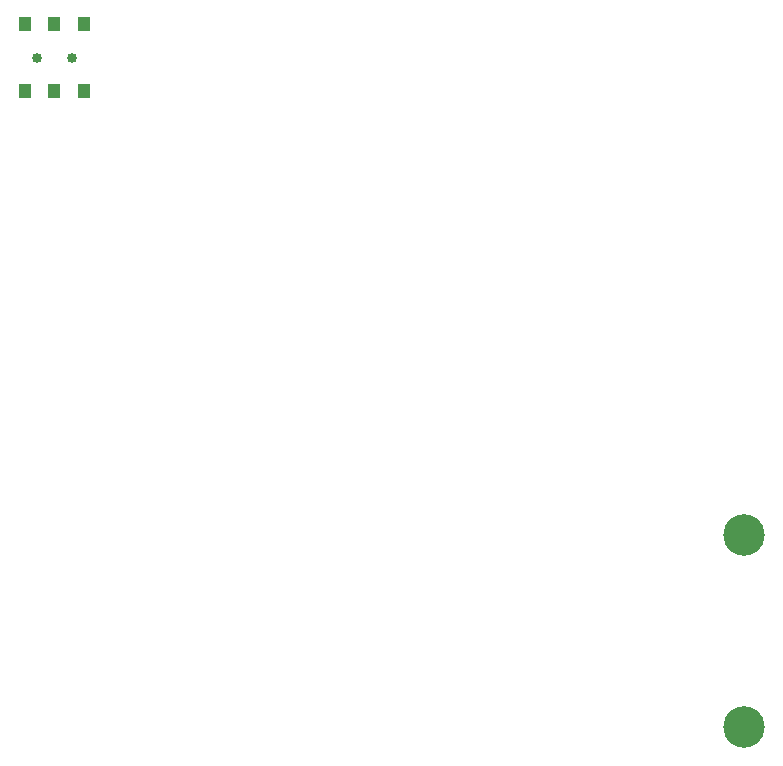
<source format=gtp>
G04 MADE WITH FRITZING*
G04 WWW.FRITZING.ORG*
G04 DOUBLE SIDED*
G04 HOLES PLATED*
G04 CONTOUR ON CENTER OF CONTOUR VECTOR*
%ASAXBY*%
%FSLAX23Y23*%
%MOIN*%
%OFA0B0*%
%SFA1.0B1.0*%
%ADD10C,0.138425*%
%ADD11C,0.033465*%
%ADD12R,0.039370X0.045276*%
%ADD13R,0.001000X0.001000*%
%LNPASTEMASK1*%
G90*
G70*
G54D10*
X4490Y1429D03*
X4490Y789D03*
G54D11*
X2133Y3020D03*
X2251Y3020D03*
G54D12*
X2093Y2909D03*
X2192Y2909D03*
X2290Y2909D03*
X2093Y3131D03*
X2192Y3131D03*
X2290Y3131D03*
G54D13*
D02*
G04 End of PasteMask1*
M02*
</source>
